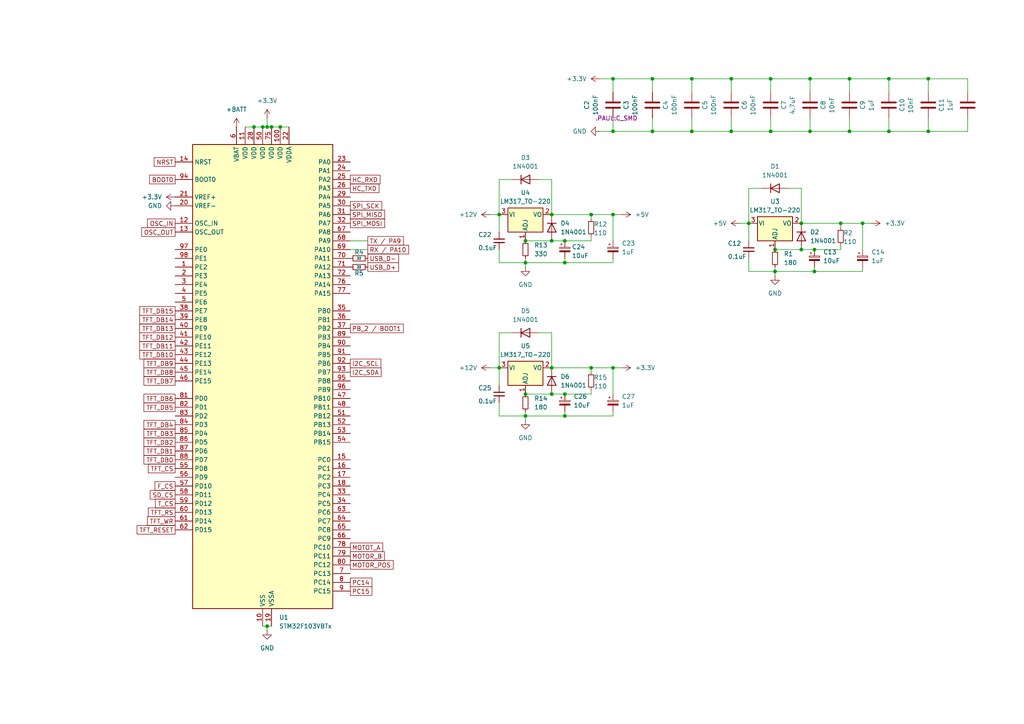
<source format=kicad_sch>
(kicad_sch (version 20231120) (generator "eeschema") (generator_version "8.0")
  (paper "A4")
  (lib_symbols
    (symbol "C_1" (pin_numbers hide) (pin_names (offset 0.254))
      (property "Reference" "C" (at 0.635 2.54 0))
      (property "Value" "C" (at 0.635 -2.54 0))
      (symbol "C_1_0_1"
        (polyline (pts (xy -2.032 -0.762) (xy 2.032 -0.762)) (stroke (width 0.508)))
        (polyline (pts (xy -2.032 0.762) (xy 2.032 0.762)) (stroke (width 0.508)))
      )
      (symbol "C_1_1_1"
        (pin passive line (at 0 3.81 270) (length 2.794) (name "~") (number "1"))
        (pin passive line (at 0 -3.81 90) (length 2.794) (name "~") (number "2"))
      )
    )
    (symbol "Device:C_Polarized_Small" (pin_numbers hide) (pin_names (offset 0.254) hide)
      (property "Reference" "C" (at 0.254 1.778 0))
      (property "Value" "C_Polarized_Small" (at 0.254 -2.032 0))
      (symbol "C_Polarized_Small_0_1"
        (rectangle (start -1.524 -0.3048) (end 1.524 -0.6858) (fill (type outline)))
        (rectangle (start -1.524 0.6858) (end 1.524 0.3048))
        (polyline (pts (xy -1.27 1.524) (xy -0.762 1.524)))
        (polyline (pts (xy -1.016 1.27) (xy -1.016 1.778)))
      )
      (symbol "C_Polarized_Small_1_1"
        (pin passive line (at 0 2.54 270) (length 1.8542) (name "~") (number "1"))
        (pin passive line (at 0 -2.54 90) (length 1.8542) (name "~") (number "2"))
      )
    )
    (symbol "Device:C_Small" (pin_numbers hide) (pin_names (offset 0.254) hide)
      (property "Reference" "C" (at 0.254 1.778 0))
      (property "Value" "C_Small" (at 0.254 -2.032 0))
      (symbol "C_Small_0_1"
        (polyline (pts (xy -1.524 -0.508) (xy 1.524 -0.508)) (stroke (width 0.3302)))
        (polyline (pts (xy -1.524 0.508) (xy 1.524 0.508)) (stroke (width 0.3048)))
      )
      (symbol "C_Small_1_1"
        (pin passive line (at 0 2.54 270) (length 2.032) (name "~") (number "1"))
        (pin passive line (at 0 -2.54 90) (length 2.032) (name "~") (number "2"))
      )
    )
    (symbol "Device:R_Small" (pin_numbers hide) (pin_names (offset 0.254) hide)
      (property "Reference" "R" (at 0.762 0.508 0))
      (property "Value" "R_Small" (at 0.762 -1.016 0))
      (symbol "R_Small_0_1"
        (rectangle (start -0.762 1.778) (end 0.762 -1.778) (stroke (width 0.2032)))
      )
      (symbol "R_Small_1_1"
        (pin passive line (at 0 2.54 270) (length 0.762) (name "~") (number "1"))
        (pin passive line (at 0 -2.54 90) (length 0.762) (name "~") (number "2"))
      )
    )
    (symbol "Diode:1N4001" (pin_numbers hide) (pin_names hide)
      (property "Reference" "D" (at 0 2.54 0))
      (property "Value" "1N4001" (at 0 -2.54 0))
      (symbol "1N4001_0_1"
        (polyline (pts (xy -1.27 1.27) (xy -1.27 -1.27)) (stroke (width 0.254)))
        (polyline (pts (xy 1.27 0) (xy -1.27 0)))
        (polyline (pts (xy 1.27 1.27) (xy 1.27 -1.27) (xy -1.27 0) (xy 1.27 1.27)) (stroke (width 0.254)))
      )
      (symbol "1N4001_1_1"
        (pin passive line (at -3.81 0 0) (length 2.54) (name "K") (number "1"))
        (pin passive line (at 3.81 0 180) (length 2.54) (name "A") (number "2"))
      )
    )
    (symbol "MCU_ST_STM32F1:STM32F103VBTx"
      (property "Reference" "U" (at -20.32 69.85 0))
      (property "Value" "STM32F103VBTx" (at 10.16 69.85 0))
      (symbol "STM32F103VBTx_0_1"
        (rectangle (start -20.32 -66.04) (end 20.32 68.58) (stroke (width 0.254)) (fill (type background)))
      )
      (symbol "STM32F103VBTx_1_1"
        (pin bidirectional line (at -25.4 33.02 0) (length 5.08) (name "PE2") (number "1"))
        (pin power_in line (at 0 -71.12 90) (length 5.08) (name "VSS") (number "10"))
        (pin power_in line (at 5.08 73.66 270) (length 5.08) (name "VDD") (number "100"))
        (pin power_in line (at -5.08 73.66 270) (length 5.08) (name "VDD") (number "11"))
        (pin input line (at -25.4 45.72 0) (length 5.08) (name "OSC_IN") (number "12"))
        (pin input line (at -25.4 43.18 0) (length 5.08) (name "OSC_OUT") (number "13"))
        (pin input line (at -25.4 63.5 0) (length 5.08) (name "NRST") (number "14"))
        (pin bidirectional line (at 25.4 -22.86 180) (length 5.08) (name "PC0") (number "15"))
        (pin bidirectional line (at 25.4 -25.4 180) (length 5.08) (name "PC1") (number "16"))
        (pin bidirectional line (at 25.4 -27.94 180) (length 5.08) (name "PC2") (number "17"))
        (pin bidirectional line (at 25.4 -30.48 180) (length 5.08) (name "PC3") (number "18"))
        (pin power_in line (at 2.54 -71.12 90) (length 5.08) (name "VSSA") (number "19"))
        (pin bidirectional line (at -25.4 30.48 0) (length 5.08) (name "PE3") (number "2"))
        (pin input line (at -25.4 50.8 0) (length 5.08) (name "VREF-") (number "20"))
        (pin input line (at -25.4 53.34 0) (length 5.08) (name "VREF+") (number "21"))
        (pin power_in line (at 7.62 73.66 270) (length 5.08) (name "VDDA") (number "22"))
        (pin bidirectional line (at 25.4 63.5 180) (length 5.08) (name "PA0") (number "23"))
        (pin bidirectional line (at 25.4 60.96 180) (length 5.08) (name "PA1") (number "24"))
        (pin bidirectional line (at 25.4 58.42 180) (length 5.08) (name "PA2") (number "25"))
        (pin bidirectional line (at 25.4 55.88 180) (length 5.08) (name "PA3") (number "26"))
        (pin passive line (at 0 -71.12 90) (length 5.08) hide (name "VSS") (number "27"))
        (pin power_in line (at -2.54 73.66 270) (length 5.08) (name "VDD") (number "28"))
        (pin bidirectional line (at 25.4 53.34 180) (length 5.08) (name "PA4") (number "29"))
        (pin bidirectional line (at -25.4 27.94 0) (length 5.08) (name "PE4") (number "3"))
        (pin bidirectional line (at 25.4 50.8 180) (length 5.08) (name "PA5") (number "30"))
        (pin bidirectional line (at 25.4 48.26 180) (length 5.08) (name "PA6") (number "31"))
        (pin bidirectional line (at 25.4 45.72 180) (length 5.08) (name "PA7") (number "32"))
        (pin bidirectional line (at 25.4 -33.02 180) (length 5.08) (name "PC4") (number "33"))
        (pin bidirectional line (at 25.4 -35.56 180) (length 5.08) (name "PC5") (number "34"))
        (pin bidirectional line (at 25.4 20.32 180) (length 5.08) (name "PB0") (number "35"))
        (pin bidirectional line (at 25.4 17.78 180) (length 5.08) (name "PB1") (number "36"))
        (pin bidirectional line (at 25.4 15.24 180) (length 5.08) (name "PB2") (number "37"))
        (pin bidirectional line (at -25.4 20.32 0) (length 5.08) (name "PE7") (number "38"))
        (pin bidirectional line (at -25.4 17.78 0) (length 5.08) (name "PE8") (number "39"))
        (pin bidirectional line (at -25.4 25.4 0) (length 5.08) (name "PE5") (number "4"))
        (pin bidirectional line (at -25.4 15.24 0) (length 5.08) (name "PE9") (number "40"))
        (pin bidirectional line (at -25.4 12.7 0) (length 5.08) (name "PE10") (number "41"))
        (pin bidirectional line (at -25.4 10.16 0) (length 5.08) (name "PE11") (number "42"))
        (pin bidirectional line (at -25.4 7.62 0) (length 5.08) (name "PE12") (number "43"))
        (pin bidirectional line (at -25.4 5.08 0) (length 5.08) (name "PE13") (number "44"))
        (pin bidirectional line (at -25.4 2.54 0) (length 5.08) (name "PE14") (number "45"))
        (pin bidirectional line (at -25.4 0 0) (length 5.08) (name "PE15") (number "46"))
        (pin bidirectional line (at 25.4 -5.08 180) (length 5.08) (name "PB10") (number "47"))
        (pin bidirectional line (at 25.4 -7.62 180) (length 5.08) (name "PB11") (number "48"))
        (pin passive line (at 0 -71.12 90) (length 5.08) hide (name "VSS") (number "49"))
        (pin bidirectional line (at -25.4 22.86 0) (length 5.08) (name "PE6") (number "5"))
        (pin power_in line (at 0 73.66 270) (length 5.08) (name "VDD") (number "50"))
        (pin bidirectional line (at 25.4 -10.16 180) (length 5.08) (name "PB12") (number "51"))
        (pin bidirectional line (at 25.4 -12.7 180) (length 5.08) (name "PB13") (number "52"))
        (pin bidirectional line (at 25.4 -15.24 180) (length 5.08) (name "PB14") (number "53"))
        (pin bidirectional line (at 25.4 -17.78 180) (length 5.08) (name "PB15") (number "54"))
        (pin bidirectional line (at -25.4 -25.4 0) (length 5.08) (name "PD8") (number "55"))
        (pin bidirectional line (at -25.4 -27.94 0) (length 5.08) (name "PD9") (number "56"))
        (pin bidirectional line (at -25.4 -30.48 0) (length 5.08) (name "PD10") (number "57"))
        (pin bidirectional line (at -25.4 -33.02 0) (length 5.08) (name "PD11") (number "58"))
        (pin bidirectional line (at -25.4 -35.56 0) (length 5.08) (name "PD12") (number "59"))
        (pin power_in line (at -7.62 73.66 270) (length 5.08) (name "VBAT") (number "6"))
        (pin bidirectional line (at -25.4 -38.1 0) (length 5.08) (name "PD13") (number "60"))
        (pin bidirectional line (at -25.4 -40.64 0) (length 5.08) (name "PD14") (number "61"))
        (pin bidirectional line (at -25.4 -43.18 0) (length 5.08) (name "PD15") (number "62"))
        (pin bidirectional line (at 25.4 -38.1 180) (length 5.08) (name "PC6") (number "63"))
        (pin bidirectional line (at 25.4 -40.64 180) (length 5.08) (name "PC7") (number "64"))
        (pin bidirectional line (at 25.4 -43.18 180) (length 5.08) (name "PC8") (number "65"))
        (pin bidirectional line (at 25.4 -45.72 180) (length 5.08) (name "PC9") (number "66"))
        (pin bidirectional line (at 25.4 43.18 180) (length 5.08) (name "PA8") (number "67"))
        (pin bidirectional line (at 25.4 40.64 180) (length 5.08) (name "PA9") (number "68"))
        (pin bidirectional line (at 25.4 38.1 180) (length 5.08) (name "PA10") (number "69"))
        (pin bidirectional line (at 25.4 -55.88 180) (length 5.08) (name "PC13") (number "7"))
        (pin bidirectional line (at 25.4 35.56 180) (length 5.08) (name "PA11") (number "70"))
        (pin bidirectional line (at 25.4 33.02 180) (length 5.08) (name "PA12") (number "71"))
        (pin bidirectional line (at 25.4 30.48 180) (length 5.08) (name "PA13") (number "72"))
        (pin no_connect line (at -20.32 -66.04 0) (length 5.08) hide (name "NC") (number "73"))
        (pin passive line (at 0 -71.12 90) (length 5.08) hide (name "VSS") (number "74"))
        (pin power_in line (at 2.54 73.66 270) (length 5.08) (name "VDD") (number "75"))
        (pin bidirectional line (at 25.4 27.94 180) (length 5.08) (name "PA14") (number "76"))
        (pin bidirectional line (at 25.4 25.4 180) (length 5.08) (name "PA15") (number "77"))
        (pin bidirectional line (at 25.4 -48.26 180) (length 5.08) (name "PC10") (number "78"))
        (pin bidirectional line (at 25.4 -50.8 180) (length 5.08) (name "PC11") (number "79"))
        (pin bidirectional line (at 25.4 -58.42 180) (length 5.08) (name "PC14") (number "8"))
        (pin bidirectional line (at 25.4 -53.34 180) (length 5.08) (name "PC12") (number "80"))
        (pin bidirectional line (at -25.4 -5.08 0) (length 5.08) (name "PD0") (number "81"))
        (pin bidirectional line (at -25.4 -7.62 0) (length 5.08) (name "PD1") (number "82"))
        (pin bidirectional line (at -25.4 -10.16 0) (length 5.08) (name "PD2") (number "83"))
        (pin bidirectional line (at -25.4 -12.7 0) (length 5.08) (name "PD3") (number "84"))
        (pin bidirectional line (at -25.4 -15.24 0) (length 5.08) (name "PD4") (number "85"))
        (pin bidirectional line (at -25.4 -17.78 0) (length 5.08) (name "PD5") (number "86"))
        (pin bidirectional line (at -25.4 -20.32 0) (length 5.08) (name "PD6") (number "87"))
        (pin bidirectional line (at -25.4 -22.86 0) (length 5.08) (name "PD7") (number "88"))
        (pin bidirectional line (at 25.4 12.7 180) (length 5.08) (name "PB3") (number "89"))
        (pin bidirectional line (at 25.4 -60.96 180) (length 5.08) (name "PC15") (number "9"))
        (pin bidirectional line (at 25.4 10.16 180) (length 5.08) (name "PB4") (number "90"))
        (pin bidirectional line (at 25.4 7.62 180) (length 5.08) (name "PB5") (number "91"))
        (pin bidirectional line (at 25.4 5.08 180) (length 5.08) (name "PB6") (number "92"))
        (pin bidirectional line (at 25.4 2.54 180) (length 5.08) (name "PB7") (number "93"))
        (pin input line (at -25.4 58.42 0) (length 5.08) (name "BOOT0") (number "94"))
        (pin bidirectional line (at 25.4 0 180) (length 5.08) (name "PB8") (number "95"))
        (pin bidirectional line (at 25.4 -2.54 180) (length 5.08) (name "PB9") (number "96"))
        (pin bidirectional line (at -25.4 38.1 0) (length 5.08) (name "PE0") (number "97"))
        (pin bidirectional line (at -25.4 35.56 0) (length 5.08) (name "PE1") (number "98"))
        (pin passive line (at 0 -71.12 90) (length 5.08) hide (name "VSS") (number "99"))
      )
    )
    (symbol "Regulator_Linear:LM317_TO-220" (pin_names (offset 0.254))
      (property "Reference" "U" (at -3.81 3.175 0))
      (property "Value" "LM317_TO-220" (at 0 3.175 0))
      (symbol "LM317_TO-220_0_1"
        (rectangle (start -5.08 1.905) (end 5.08 -5.08) (stroke (width 0.254)) (fill (type background)))
      )
      (symbol "LM317_TO-220_1_1"
        (pin input line (at 0 -7.62 90) (length 2.54) (name "ADJ") (number "1"))
        (pin power_out line (at 7.62 0 180) (length 2.54) (name "VO") (number "2"))
        (pin power_in line (at -7.62 0 0) (length 2.54) (name "VI") (number "3"))
      )
    )
    (symbol "power:+12V" (power) (pin_numbers hide) (pin_names (offset 0) hide)
      (property "Value" "+12V" (at 0 3.556 0))
      (symbol "+12V_0_1"
        (polyline (pts (xy -0.762 1.27) (xy 0 2.54)))
        (polyline (pts (xy 0 0) (xy 0 2.54)))
        (polyline (pts (xy 0 2.54) (xy 0.762 1.27)))
      )
      (symbol "+12V_1_1"
        (pin power_in line (at 0 0 90) (length 0) (name "~") (number "1"))
      )
    )
    (symbol "power:+3.3V" (power) (pin_numbers hide) (pin_names (offset 0) hide)
      (property "Value" "+3.3V" (at 0 3.556 0))
      (symbol "+3.3V_0_1"
        (polyline (pts (xy -0.762 1.27) (xy 0 2.54)))
        (polyline (pts (xy 0 0) (xy 0 2.54)))
        (polyline (pts (xy 0 2.54) (xy 0.762 1.27)))
      )
      (symbol "+3.3V_1_1"
        (pin power_in line (at 0 0 90) (length 0) (name "~") (number "1"))
      )
    )
    (symbol "power:+5V" (power) (pin_numbers hide) (pin_names (offset 0) hide)
      (property "Value" "+5V" (at 0 3.556 0))
      (symbol "+5V_0_1"
        (polyline (pts (xy -0.762 1.27) (xy 0 2.54)))
        (polyline (pts (xy 0 0) (xy 0 2.54)))
        (polyline (pts (xy 0 2.54) (xy 0.762 1.27)))
      )
      (symbol "+5V_1_1"
        (pin power_in line (at 0 0 90) (length 0) (name "~") (number "1"))
      )
    )
    (symbol "power:+BATT" (power) (pin_numbers hide) (pin_names (offset 0) hide)
      (property "Value" "+BATT" (at 0 3.556 0))
      (symbol "+BATT_0_1"
        (polyline (pts (xy -0.762 1.27) (xy 0 2.54)))
        (polyline (pts (xy 0 0) (xy 0 2.54)))
        (polyline (pts (xy 0 2.54) (xy 0.762 1.27)))
      )
      (symbol "+BATT_1_1"
        (pin power_in line (at 0 0 90) (length 0) (name "~") (number "1"))
      )
    )
    (symbol "power:GND" (power) (pin_numbers hide) (pin_names (offset 0) hide)
      (property "Value" "GND" (at 0 -3.81 0))
      (symbol "GND_0_1"
        (polyline (pts (xy 0 0) (xy 0 -1.27) (xy 1.27 -1.27) (xy 0 -2.54) (xy -1.27 -1.27) (xy 0 -1.27)))
      )
      (symbol "GND_1_1"
        (pin power_in line (at 0 0 270) (length 0) (name "~") (number "1"))
      )
    )
  )
  (junction (at 223.52 38.1))
  (junction (at 163.83 76.2))
  (junction (at 152.4 114.3))
  (junction (at 243.84 64.77))
  (junction (at 77.47 36.83))
  (junction (at 232.41 72.39))
  (junction (at 152.4 120.65))
  (junction (at 189.23 22.86))
  (junction (at 177.8 22.86))
  (junction (at 73.66 36.83))
  (junction (at 160.02 106.68))
  (junction (at 269.24 38.1))
  (junction (at 212.09 38.1))
  (junction (at 160.02 69.85))
  (junction (at 163.83 114.3))
  (junction (at 224.79 72.39))
  (junction (at 160.02 62.23))
  (junction (at 81.28 36.83))
  (junction (at 160.02 114.3))
  (junction (at 76.2 36.83))
  (junction (at 236.22 72.39))
  (junction (at 171.45 62.23))
  (junction (at 223.52 22.86))
  (junction (at 144.78 106.68))
  (junction (at 236.22 78.74))
  (junction (at 224.79 78.74))
  (junction (at 144.78 62.23))
  (junction (at 163.83 69.85))
  (junction (at 177.8 106.68))
  (junction (at 177.8 62.23))
  (junction (at 257.81 38.1))
  (junction (at 163.83 120.65))
  (junction (at 77.47 181.61))
  (junction (at 232.41 64.77))
  (junction (at 152.4 76.2))
  (junction (at 177.8 38.1))
  (junction (at 200.66 22.86))
  (junction (at 189.23 38.1))
  (junction (at 171.45 106.68))
  (junction (at 152.4 69.85))
  (junction (at 246.38 22.86))
  (junction (at 246.38 38.1))
  (junction (at 269.24 22.86))
  (junction (at 234.95 22.86))
  (junction (at 200.66 38.1))
  (junction (at 257.81 22.86))
  (junction (at 250.19 64.77))
  (junction (at 217.17 64.77))
  (junction (at 234.95 38.1))
  (junction (at 78.74 36.83))
  (junction (at 212.09 22.86))
  (wire (pts (xy 232.41 72.39) (xy 236.22 72.39)))
  (wire (pts (xy 250.19 77.47) (xy 250.19 78.74)))
  (wire (pts (xy 269.24 22.86) (xy 269.24 26.67)))
  (wire (pts (xy 177.8 22.86) (xy 189.23 22.86)))
  (wire (pts (xy 152.4 114.3) (xy 160.02 114.3)))
  (wire (pts (xy 177.8 106.68) (xy 177.8 114.3)))
  (wire (pts (xy 212.09 22.86) (xy 212.09 26.67)))
  (wire (pts (xy 232.41 64.77) (xy 243.84 64.77)))
  (wire (pts (xy 177.8 38.1) (xy 189.23 38.1)))
  (wire (pts (xy 243.84 71.12) (xy 243.84 72.39)))
  (wire (pts (xy 160.02 69.85) (xy 163.83 69.85)))
  (wire (pts (xy 217.17 78.74) (xy 224.79 78.74)))
  (wire (pts (xy 257.81 34.29) (xy 257.81 38.1)))
  (wire (pts (xy 148.59 52.07) (xy 144.78 52.07)))
  (wire (pts (xy 217.17 69.85) (xy 217.17 64.77)))
  (wire (pts (xy 177.8 38.1) (xy 177.8 34.29)))
  (wire (pts (xy 236.22 77.47) (xy 236.22 78.74)))
  (wire (pts (xy 171.45 113.03) (xy 171.45 114.3)))
  (wire (pts (xy 224.79 78.74) (xy 224.79 80.01)))
  (wire (pts (xy 171.45 106.68) (xy 177.8 106.68)))
  (wire (pts (xy 243.84 64.77) (xy 243.84 66.04)))
  (wire (pts (xy 152.4 121.92) (xy 152.4 120.65)))
  (wire (pts (xy 144.78 96.52) (xy 144.78 106.68)))
  (wire (pts (xy 156.21 96.52) (xy 160.02 96.52)))
  (wire (pts (xy 212.09 22.86) (xy 200.66 22.86)))
  (wire (pts (xy 144.78 72.39) (xy 144.78 76.2)))
  (wire (pts (xy 224.79 77.47) (xy 224.79 78.74)))
  (wire (pts (xy 223.52 22.86) (xy 223.52 26.67)))
  (wire (pts (xy 160.02 114.3) (xy 163.83 114.3)))
  (wire (pts (xy 212.09 38.1) (xy 223.52 38.1)))
  (wire (pts (xy 177.8 22.86) (xy 177.8 26.67)))
  (wire (pts (xy 177.8 76.2) (xy 163.83 76.2)))
  (wire (pts (xy 163.83 69.85) (xy 171.45 69.85)))
  (wire (pts (xy 243.84 64.77) (xy 250.19 64.77)))
  (wire (pts (xy 177.8 120.65) (xy 163.83 120.65)))
  (wire (pts (xy 214.63 64.77) (xy 217.17 64.77)))
  (wire (pts (xy 160.02 62.23) (xy 171.45 62.23)))
  (wire (pts (xy 177.8 106.68) (xy 180.34 106.68)))
  (wire (pts (xy 171.45 62.23) (xy 177.8 62.23)))
  (wire (pts (xy 280.67 22.86) (xy 269.24 22.86)))
  (wire (pts (xy 144.78 111.76) (xy 144.78 106.68)))
  (wire (pts (xy 236.22 72.39) (xy 243.84 72.39)))
  (wire (pts (xy 234.95 38.1) (xy 223.52 38.1)))
  (wire (pts (xy 189.23 34.29) (xy 189.23 38.1)))
  (wire (pts (xy 232.41 54.61) (xy 232.41 64.77)))
  (wire (pts (xy 173.99 38.1) (xy 177.8 38.1)))
  (wire (pts (xy 171.45 68.58) (xy 171.45 69.85)))
  (wire (pts (xy 152.4 119.38) (xy 152.4 120.65)))
  (wire (pts (xy 163.83 114.3) (xy 171.45 114.3)))
  (wire (pts (xy 257.81 38.1) (xy 246.38 38.1)))
  (wire (pts (xy 217.17 54.61) (xy 217.17 64.77)))
  (wire (pts (xy 234.95 34.29) (xy 234.95 38.1)))
  (wire (pts (xy 234.95 26.67) (xy 234.95 22.86)))
  (wire (pts (xy 152.4 74.93) (xy 152.4 76.2)))
  (wire (pts (xy 236.22 78.74) (xy 224.79 78.74)))
  (wire (pts (xy 144.78 120.65) (xy 152.4 120.65)))
  (wire (pts (xy 223.52 34.29) (xy 223.52 38.1)))
  (wire (pts (xy 152.4 76.2) (xy 152.4 77.47)))
  (wire (pts (xy 77.47 181.61) (xy 78.74 181.61)))
  (wire (pts (xy 144.78 76.2) (xy 152.4 76.2)))
  (wire (pts (xy 228.6 54.61) (xy 232.41 54.61)))
  (wire (pts (xy 246.38 34.29) (xy 246.38 38.1)))
  (wire (pts (xy 73.66 36.83) (xy 76.2 36.83)))
  (wire (pts (xy 163.83 74.93) (xy 163.83 76.2)))
  (wire (pts (xy 250.19 64.77) (xy 252.73 64.77)))
  (wire (pts (xy 163.83 120.65) (xy 152.4 120.65)))
  (wire (pts (xy 200.66 22.86) (xy 200.66 26.67)))
  (wire (pts (xy 101.6 69.85) (xy 106.68 69.85)))
  (wire (pts (xy 71.12 36.83) (xy 73.66 36.83)))
  (wire (pts (xy 234.95 22.86) (xy 223.52 22.86)))
  (wire (pts (xy 177.8 74.93) (xy 177.8 76.2)))
  (wire (pts (xy 76.2 181.61) (xy 77.47 181.61)))
  (wire (pts (xy 171.45 62.23) (xy 171.45 63.5)))
  (wire (pts (xy 76.2 36.83) (xy 77.47 36.83)))
  (wire (pts (xy 77.47 34.29) (xy 77.47 36.83)))
  (wire (pts (xy 173.99 22.86) (xy 177.8 22.86)))
  (wire (pts (xy 246.38 38.1) (xy 234.95 38.1)))
  (wire (pts (xy 148.59 96.52) (xy 144.78 96.52)))
  (wire (pts (xy 269.24 38.1) (xy 257.81 38.1)))
  (wire (pts (xy 160.02 96.52) (xy 160.02 106.68)))
  (wire (pts (xy 246.38 22.86) (xy 234.95 22.86)))
  (wire (pts (xy 177.8 62.23) (xy 180.34 62.23)))
  (wire (pts (xy 101.6 72.39) (xy 106.68 72.39)))
  (wire (pts (xy 142.24 106.68) (xy 144.78 106.68)))
  (wire (pts (xy 160.02 52.07) (xy 160.02 62.23)))
  (wire (pts (xy 217.17 74.93) (xy 217.17 78.74)))
  (wire (pts (xy 269.24 34.29) (xy 269.24 38.1)))
  (wire (pts (xy 189.23 22.86) (xy 189.23 26.67)))
  (wire (pts (xy 160.02 106.68) (xy 171.45 106.68)))
  (wire (pts (xy 78.74 36.83) (xy 81.28 36.83)))
  (wire (pts (xy 212.09 22.86) (xy 223.52 22.86)))
  (wire (pts (xy 200.66 34.29) (xy 200.66 38.1)))
  (wire (pts (xy 280.67 34.29) (xy 280.67 38.1)))
  (wire (pts (xy 200.66 38.1) (xy 189.23 38.1)))
  (wire (pts (xy 280.67 26.67) (xy 280.67 22.86)))
  (wire (pts (xy 163.83 119.38) (xy 163.83 120.65)))
  (wire (pts (xy 200.66 38.1) (xy 212.09 38.1)))
  (wire (pts (xy 189.23 22.86) (xy 200.66 22.86)))
  (wire (pts (xy 257.81 22.86) (xy 257.81 26.67)))
  (wire (pts (xy 81.28 36.83) (xy 83.82 36.83)))
  (wire (pts (xy 177.8 62.23) (xy 177.8 69.85)))
  (wire (pts (xy 220.98 54.61) (xy 217.17 54.61)))
  (wire (pts (xy 144.78 52.07) (xy 144.78 62.23)))
  (wire (pts (xy 144.78 67.31) (xy 144.78 62.23)))
  (wire (pts (xy 171.45 106.68) (xy 171.45 107.95)))
  (wire (pts (xy 144.78 116.84) (xy 144.78 120.65)))
  (wire (pts (xy 152.4 69.85) (xy 160.02 69.85)))
  (wire (pts (xy 250.19 78.74) (xy 236.22 78.74)))
  (wire (pts (xy 177.8 119.38) (xy 177.8 120.65)))
  (wire (pts (xy 212.09 34.29) (xy 212.09 38.1)))
  (wire (pts (xy 77.47 182.88) (xy 77.47 181.61)))
  (wire (pts (xy 257.81 22.86) (xy 246.38 22.86)))
  (wire (pts (xy 246.38 26.67) (xy 246.38 22.86)))
  (wire (pts (xy 280.67 38.1) (xy 269.24 38.1)))
  (wire (pts (xy 269.24 22.86) (xy 257.81 22.86)))
  (wire (pts (xy 142.24 62.23) (xy 144.78 62.23)))
  (wire (pts (xy 250.19 64.77) (xy 250.19 72.39)))
  (wire (pts (xy 224.79 72.39) (xy 232.41 72.39)))
  (wire (pts (xy 152.4 76.2) (xy 163.83 76.2)))
  (wire (pts (xy 156.21 52.07) (xy 160.02 52.07)))
  (wire (pts (xy 77.47 36.83) (xy 78.74 36.83)))
  (global_label "TFT_DB8" (shape passive) (at 50.8 107.95 180) (property "Intersheetrefs" "${INTERSHEET_REFS}" (effects (hide yes))))
  (global_label "OSC_IN" (shape passive) (at 50.8 64.77 180) (property "Intersheetrefs" "${INTERSHEET_REFS}" (effects (hide yes))))
  (global_label "TFT_CS" (shape passive) (at 50.8 135.89 180) (property "Intersheetrefs" "${INTERSHEET_REFS}" (effects (hide yes))))
  (global_label "TFT_DB0" (shape passive) (at 50.8 133.35 180) (property "Intersheetrefs" "${INTERSHEET_REFS}" (effects (hide yes))))
  (global_label "TFT_DB6" (shape passive) (at 50.8 115.57 180) (property "Intersheetrefs" "${INTERSHEET_REFS}" (effects (hide yes))))
  (global_label "I2C_SDA" (shape passive) (at 101.6 107.95 0) (property "Intersheetrefs" "${INTERSHEET_REFS}" (effects (hide yes))))
  (global_label "HC_RXD" (shape passive) (at 101.6 52.07 0) (property "Intersheetrefs" "${INTERSHEET_REFS}" (effects (hide yes))))
  (global_label "BOOT0" (shape passive) (at 50.8 52.07 180) (property "Intersheetrefs" "${INTERSHEET_REFS}" (effects (hide yes))))
  (global_label "MOTOT_A" (shape passive) (at 101.6 158.75 0) (property "Intersheetrefs" "${INTERSHEET_REFS}" (effects (hide yes))))
  (global_label "SPI_MOSI" (shape passive) (at 101.6 64.77 0) (property "Intersheetrefs" "${INTERSHEET_REFS}" (effects (hide yes))))
  (global_label "USB_D-" (shape passive) (at 106.68 74.93 0) (property "Intersheetrefs" "${INTERSHEET_REFS}" (effects (hide yes))))
  (global_label "TFT_DB3" (shape passive) (at 50.8 125.73 180) (property "Intersheetrefs" "${INTERSHEET_REFS}" (effects (hide yes))))
  (global_label "HC_TXD" (shape passive) (at 101.6 54.61 0) (property "Intersheetrefs" "${INTERSHEET_REFS}" (effects (hide yes))))
  (global_label "F_CS" (shape passive) (at 50.8 140.97 180) (property "Intersheetrefs" "${INTERSHEET_REFS}" (effects (hide yes))))
  (global_label "OSC_OUT" (shape passive) (at 50.8 67.31 180) (property "Intersheetrefs" "${INTERSHEET_REFS}" (effects (hide yes))))
  (global_label "PC14" (shape passive) (at 101.6 168.91 0) (property "Intersheetrefs" "${INTERSHEET_REFS}" (effects (hide yes))))
  (global_label "PB_2 {slash} BOOT1" (shape passive) (at 101.6 95.25 0) (property "Intersheetrefs" "${INTERSHEET_REFS}" (effects (hide yes))))
  (global_label "TFT_DB14" (shape passive) (at 50.8 92.71 180) (property "Intersheetrefs" "${INTERSHEET_REFS}" (effects (hide yes))))
  (global_label "SPI_MISO" (shape passive) (at 101.6 62.23 0) (property "Intersheetrefs" "${INTERSHEET_REFS}" (effects (hide yes))))
  (global_label "TFT_DB9" (shape passive) (at 50.8 105.41 180) (property "Intersheetrefs" "${INTERSHEET_REFS}" (effects (hide yes))))
  (global_label "TFT_DB13" (shape passive) (at 50.8 95.25 180) (property "Intersheetrefs" "${INTERSHEET_REFS}" (effects (hide yes))))
  (global_label "SD_CS" (shape passive) (at 50.8 143.51 180) (property "Intersheetrefs" "${INTERSHEET_REFS}" (effects (hide yes))))
  (global_label "MOTOR_B" (shape passive) (at 101.6 161.29 0) (property "Intersheetrefs" "${INTERSHEET_REFS}" (effects (hide yes))))
  (global_label "T_CS" (shape passive) (at 50.8 146.05 180) (property "Intersheetrefs" "${INTERSHEET_REFS}" (effects (hide yes))))
  (global_label "I2C_SCL" (shape passive) (at 101.6 105.41 0) (property "Intersheetrefs" "${INTERSHEET_REFS}" (effects (hide yes))))
  (global_label "PC15" (shape passive) (at 101.6 171.45 0) (property "Intersheetrefs" "${INTERSHEET_REFS}" (effects (hide yes))))
  (global_label "RX {slash} PA10" (shape passive) (at 106.68 72.39 0) (property "Intersheetrefs" "${INTERSHEET_REFS}" (effects (hide yes))))
  (global_label "TFT_DB4" (shape passive) (at 50.8 123.19 180) (property "Intersheetrefs" "${INTERSHEET_REFS}" (effects (hide yes))))
  (global_label "TX {slash} PA9" (shape passive) (at 106.68 69.85 0) (property "Intersheetrefs" "${INTERSHEET_REFS}" (effects (hide yes))))
  (global_label "TFT_DB10" (shape passive) (at 50.8 102.87 180) (property "Intersheetrefs" "${INTERSHEET_REFS}" (effects (hide yes))))
  (global_label "TFT_DB1" (shape passive) (at 50.8 130.81 180) (property "Intersheetrefs" "${INTERSHEET_REFS}" (effects (hide yes))))
  (global_label "TFT_WR" (shape passive) (at 50.8 151.13 180) (property "Intersheetrefs" "${INTERSHEET_REFS}" (effects (hide yes))))
  (global_label "TFT_RESET" (shape passive) (at 50.8 153.67 180) (property "Intersheetrefs" "${INTERSHEET_REFS}" (effects (hide yes))))
  (global_label "TFT_DB7" (shape passive) (at 50.8 110.49 180) (property "Intersheetrefs" "${INTERSHEET_REFS}" (effects (hide yes))))
  (global_label "USB_D+" (shape passive) (at 106.68 77.47 0) (property "Intersheetrefs" "${INTERSHEET_REFS}" (effects (hide yes))))
  (global_label "SPI_SCK" (shape passive) (at 101.6 59.69 0) (property "Intersheetrefs" "${INTERSHEET_REFS}" (effects (hide yes))))
  (global_label "TFT_DB2" (shape passive) (at 50.8 128.27 180) (property "Intersheetrefs" "${INTERSHEET_REFS}" (effects (hide yes))))
  (global_label "TFT_DB15" (shape passive) (at 50.8 90.17 180) (property "Intersheetrefs" "${INTERSHEET_REFS}" (effects (hide yes))))
  (global_label "TFT_DB5" (shape passive) (at 50.8 118.11 180) (property "Intersheetrefs" "${INTERSHEET_REFS}" (effects (hide yes))))
  (global_label "TFT_DB12" (shape passive) (at 50.8 97.79 180) (property "Intersheetrefs" "${INTERSHEET_REFS}" (effects (hide yes))))
  (global_label "TFT_RS" (shape passive) (at 50.8 148.59 180) (property "Intersheetrefs" "${INTERSHEET_REFS}" (effects (hide yes))))
  (global_label "TFT_DB11" (shape passive) (at 50.8 100.33 180) (property "Intersheetrefs" "${INTERSHEET_REFS}" (effects (hide yes))))
  (global_label "NRST" (shape passive) (at 50.8 46.99 180) (property "Intersheetrefs" "${INTERSHEET_REFS}" (effects (hide yes))))
  (global_label "MOTOR_POS" (shape passive) (at 101.6 163.83 0) (property "Intersheetrefs" "${INTERSHEET_REFS}" (effects (hide yes))))
  (symbol (lib_id "Device:R_Small") (at 104.14 77.47 90) (unit 1)
    (property "Reference" "R5" (at 104.14 79.248 90))
    (property "Value" "22" (at 104.14 77.47 90) (effects (font (size 0.635 0.635))))
    (property "Footprint" ".PAUL:R_SMD" (effects (hide yes)))
    (property "Description" "Resistor, small symbol" (effects (hide yes)))
  )
  (symbol (lib_id "Device:R_Small") (at 104.14 74.93 90) (unit 1)
    (property "Reference" "R4" (at 104.14 73.152 90))
    (property "Value" "22" (at 104.14 74.93 90) (effects (font (size 0.635 0.635))))
    (property "Footprint" ".PAUL:R_SMD" (effects (hide yes)))
    (property "Description" "Resistor, small symbol" (effects (hide yes)))
  )
  (symbol (lib_id "Device:R_Small") (at 171.45 110.49 0) (unit 1)
    (property "Reference" "R15" (at 172.212 109.474 0) (effects (justify left)))
    (property "Value" "110" (at 172.212 112.014 0) (effects (justify left)))
    (property "Footprint" ".PAUL:R_SMD" (effects (hide yes)))
    (property "Description" "Resistor, small symbol" (effects (hide yes)))
  )
  (symbol (lib_id "Device:C_Polarized_Small") (at 163.83 116.84 0) (unit 1)
    (property "Reference" "C26" (at 166.37 115.0238 0) (effects (justify left)))
    (property "Value" "10uF" (at 166.37 117.5638 0) (effects (justify left)))
    (property "Footprint" ".PAUL:C_SMD" (effects (hide yes)))
    (property "Description" "Polarized capacitor, small symbol" (effects (hide yes)))
  )
  (symbol (lib_id "Diode:1N4001") (at 224.79 54.61 0) (unit 1)
    (property "Reference" "D1" (at 224.79 48.26 0))
    (property "Value" "1N4001" (at 224.79 50.8 0))
    (property "Footprint" "Diode_THT:D_DO-41_SOD81_P10.16mm_Horizontal" (effects (hide yes)))
    (property "Datasheet" "http://www.vishay.com/docs/88503/1n4001.pdf" (effects (hide yes)))
    (property "Description" "50V 1A General Purpose Rectifier Diode, DO-41" (effects (hide yes)))
    (property "Sim.Device" "D" (effects (hide yes)))
    (property "Sim.Pins" "1=K 2=A" (effects (hide yes)))
  )
  (symbol (lib_id "Device:C_Polarized_Small") (at 177.8 72.39 0) (unit 1)
    (property "Reference" "C23" (at 180.34 70.5738 0) (effects (justify left)))
    (property "Value" "1uF" (at 180.34 73.1138 0) (effects (justify left)))
    (property "Footprint" ".PAUL:C_SMD" (effects (hide yes)))
    (property "Description" "Polarized capacitor, small symbol" (effects (hide yes)))
  )
  (symbol (lib_id "power:GND") (at 50.8 59.69 270) (unit 1)
    (property "Reference" "#PWR05" (effects (hide yes)))
    (property "Value" "GND" (at 46.99 59.6899 90) (effects (justify right)))
    (property "Description" "Power symbol creates a global label with name \"GND\" , ground" (effects (hide yes)))
  )
  (symbol (lib_id "Device:R_Small") (at 243.84 68.58 0) (unit 1)
    (property "Reference" "R2" (at 244.602 67.564 0) (effects (justify left)))
    (property "Value" "110" (at 244.602 70.104 0) (effects (justify left)))
    (property "Footprint" ".PAUL:R_SMD" (effects (hide yes)))
    (property "Description" "Resistor, small symbol" (effects (hide yes)))
  )
  (symbol (lib_id "Diode:1N4001") (at 160.02 110.49 270) (unit 1)
    (property "Reference" "D6" (at 162.56 109.2199 90) (effects (justify left)))
    (property "Value" "1N4001" (at 162.56 111.7599 90) (effects (justify left)))
    (property "Footprint" "Diode_THT:D_DO-41_SOD81_P10.16mm_Horizontal" (effects (hide yes)))
    (property "Datasheet" "http://www.vishay.com/docs/88503/1n4001.pdf" (effects (hide yes)))
    (property "Description" "50V 1A General Purpose Rectifier Diode, DO-41" (effects (hide yes)))
    (property "Sim.Device" "D" (effects (hide yes)))
    (property "Sim.Pins" "1=K 2=A" (effects (hide yes)))
  )
  (symbol (lib_id "power:+3.3V") (at 77.47 34.29 0) (unit 1)
    (property "Reference" "#PWR044" (effects (hide yes)))
    (property "Value" "+3.3V" (at 77.47 29.21 0))
    (property "Description" "Power symbol creates a global label with name \"+3.3V\"" (effects (hide yes)))
  )
  (symbol (lib_id "power:+3.3V") (at 252.73 64.77 270) (unit 1)
    (property "Reference" "#PWR042" (effects (hide yes)))
    (property "Value" "+3.3V" (at 256.54 64.7699 90) (effects (justify left)))
    (property "Description" "Power symbol creates a global label with name \"+3.3V\"" (effects (hide yes)))
  )
  (symbol (lib_id "power:+3.3V") (at 180.34 106.68 270) (unit 1)
    (property "Reference" "#PWR041" (effects (hide yes)))
    (property "Value" "+3.3V" (at 184.15 106.6799 90) (effects (justify left)))
    (property "Description" "Power symbol creates a global label with name \"+3.3V\"" (effects (hide yes)))
  )
  (symbol (lib_id "Diode:1N4001") (at 152.4 96.52 0) (unit 1)
    (property "Reference" "D5" (at 152.4 90.17 0))
    (property "Value" "1N4001" (at 152.4 92.71 0))
    (property "Footprint" "Diode_THT:D_DO-41_SOD81_P10.16mm_Horizontal" (effects (hide yes)))
    (property "Datasheet" "http://www.vishay.com/docs/88503/1n4001.pdf" (effects (hide yes)))
    (property "Description" "50V 1A General Purpose Rectifier Diode, DO-41" (effects (hide yes)))
    (property "Sim.Device" "D" (effects (hide yes)))
    (property "Sim.Pins" "1=K 2=A" (effects (hide yes)))
  )
  (symbol (lib_id "Regulator_Linear:LM317_TO-220") (at 224.79 64.77 0) (unit 1)
    (property "Reference" "U3" (at 224.79 58.42 0))
    (property "Value" "LM317_TO-220" (at 224.79 60.96 0))
    (property "Footprint" "Package_TO_SOT_THT:TO-220-3_Vertical" (effects (hide yes)))
    (property "Datasheet" "http://www.ti.com/lit/ds/symlink/lm317.pdf" (effects (hide yes)))
    (property "Description" "1.5A 35V Adjustable Linear Regulator, TO-220" (effects (hide yes)))
  )
  (symbol (lib_id "power:GND") (at 224.79 80.01 0) (unit 1)
    (property "Reference" "#PWR03" (effects (hide yes)))
    (property "Value" "GND" (at 224.79 85.09 0))
    (property "Description" "Power symbol creates a global label with name \"GND\" , ground" (effects (hide yes)))
  )
  (symbol (lib_id "Device:R_Small") (at 152.4 116.84 0) (unit 1)
    (property "Reference" "R14" (at 154.94 115.5699 0) (effects (justify left)))
    (property "Value" "180" (at 154.94 118.1099 0) (effects (justify left)))
    (property "Footprint" ".PAUL:R_SMD" (effects (hide yes)))
    (property "Description" "Resistor, small symbol" (effects (hide yes)))
  )
  (symbol (lib_name "C_1") (lib_id "Device:C") (at 269.24 30.48 0) (unit 1)
    (property "Reference" "C10" (at 261.62 30.48 90))
    (property "Value" "10nF" (at 264.16 30.48 90))
    (property "Footprint" ".PAUL:C_SMD" (effects (hide yes)))
    (property "Description" "Unpolarized capacitor" (effects (hide yes)))
  )
  (symbol (lib_name "C_1") (lib_id "Device:C") (at 212.09 30.48 0) (unit 1)
    (property "Reference" "C5" (at 204.47 30.48 90))
    (property "Value" "100nF" (at 207.01 30.48 90))
    (property "Footprint" ".PAUL:C_SMD" (effects (hide yes)))
    (property "Description" "Unpolarized capacitor" (effects (hide yes)))
  )
  (symbol (lib_id "power:+5V") (at 180.34 62.23 270) (unit 1)
    (property "Reference" "#PWR039" (effects (hide yes)))
    (property "Value" "+5V" (at 184.15 62.2299 90) (effects (justify left)))
    (property "Description" "Power symbol creates a global label with name \"+5V\"" (effects (hide yes)))
  )
  (symbol (lib_id "power:+BATT") (at 68.58 36.83 0) (unit 1)
    (property "Reference" "#PWR051" (effects (hide yes)))
    (property "Value" "+BATT" (at 68.58 31.75 0))
    (property "Description" "Power symbol creates a global label with name \"+BATT\"" (effects (hide yes)))
  )
  (symbol (lib_id "power:+12V") (at 142.24 106.68 90) (unit 1)
    (property "Reference" "#PWR038" (effects (hide yes)))
    (property "Value" "+12V" (at 138.43 106.6799 90) (effects (justify left)))
    (property "Description" "Power symbol creates a global label with name \"+12V\"" (effects (hide yes)))
  )
  (symbol (lib_id "power:GND") (at 152.4 121.92 0) (unit 1)
    (property "Reference" "#PWR01" (effects (hide yes)))
    (property "Value" "GND" (at 152.4 127 0))
    (property "Description" "Power symbol creates a global label with name \"GND\" , ground" (effects (hide yes)))
  )
  (symbol (lib_id "power:+3.3V") (at 50.8 57.15 90) (unit 1)
    (property "Reference" "#PWR045" (effects (hide yes)))
    (property "Value" "+3.3V" (at 46.99 57.1499 90) (effects (justify left)))
    (property "Description" "Power symbol creates a global label with name \"+3.3V\"" (effects (hide yes)))
  )
  (symbol (lib_id "Device:C_Small") (at 144.78 114.3 0) (unit 1)
    (property "Reference" "C25" (at 138.684 112.522 0) (effects (justify left)))
    (property "Value" "0.1uF" (at 138.684 116.332 0) (effects (justify left)))
    (property "Footprint" ".PAUL:C_SMD" (effects (hide yes)))
    (property "Description" "Unpolarized capacitor, small symbol" (effects (hide yes)))
  )
  (symbol (lib_id "power:GND") (at 152.4 77.47 0) (unit 1)
    (property "Reference" "#PWR02" (effects (hide yes)))
    (property "Value" "GND" (at 152.4 82.55 0))
    (property "Description" "Power symbol creates a global label with name \"GND\" , ground" (effects (hide yes)))
  )
  (symbol (lib_id "Device:R_Small") (at 224.79 74.93 0) (unit 1)
    (property "Reference" "R1" (at 227.33 73.6599 0) (effects (justify left)))
    (property "Value" "180" (at 227.33 76.1999 0) (effects (justify left)))
    (property "Footprint" ".PAUL:R_SMD" (effects (hide yes)))
    (property "Description" "Resistor, small symbol" (effects (hide yes)))
  )
  (symbol (lib_id "Diode:1N4001") (at 152.4 52.07 0) (unit 1)
    (property "Reference" "D3" (at 152.4 45.72 0))
    (property "Value" "1N4001" (at 152.4 48.26 0))
    (property "Footprint" "Diode_THT:D_DO-41_SOD81_P10.16mm_Horizontal" (effects (hide yes)))
    (property "Datasheet" "http://www.vishay.com/docs/88503/1n4001.pdf" (effects (hide yes)))
    (property "Description" "50V 1A General Purpose Rectifier Diode, DO-41" (effects (hide yes)))
    (property "Sim.Device" "D" (effects (hide yes)))
    (property "Sim.Pins" "1=K 2=A" (effects (hide yes)))
  )
  (symbol (lib_id "Device:C_Small") (at 144.78 69.85 0) (unit 1)
    (property "Reference" "C22" (at 138.684 68.072 0) (effects (justify left)))
    (property "Value" "0.1uF" (at 138.684 71.882 0) (effects (justify left)))
    (property "Footprint" ".PAUL:C_SMD" (effects (hide yes)))
    (property "Description" "Unpolarized capacitor, small symbol" (effects (hide yes)))
  )
  (symbol (lib_name "C_1") (lib_id "Device:C") (at 280.67 30.48 0) (unit 1)
    (property "Reference" "C11" (at 273.05 30.48 90))
    (property "Value" "1uF" (at 275.59 30.48 90))
    (property "Footprint" ".PAUL:C_SMD" (effects (hide yes)))
    (property "Description" "Unpolarized capacitor" (effects (hide yes)))
  )
  (symbol (lib_id "Device:C_Polarized_Small") (at 177.8 116.84 0) (unit 1)
    (property "Reference" "C27" (at 180.34 115.0238 0) (effects (justify left)))
    (property "Value" "1uF" (at 180.34 117.5638 0) (effects (justify left)))
    (property "Footprint" ".PAUL:C_SMD" (effects (hide yes)))
    (property "Description" "Polarized capacitor, small symbol" (effects (hide yes)))
  )
  (symbol (lib_id "Device:C_Polarized_Small") (at 236.22 74.93 0) (unit 1)
    (property "Reference" "C13" (at 238.76 73.1138 0) (effects (justify left)))
    (property "Value" "10uF" (at 238.76 75.6538 0) (effects (justify left)))
    (property "Footprint" ".PAUL:C_SMD" (effects (hide yes)))
    (property "Description" "Polarized capacitor, small symbol" (effects (hide yes)))
  )
  (symbol (lib_id "Device:C_Polarized_Small") (at 163.83 72.39 0) (unit 1)
    (property "Reference" "C24" (at 165.862 71.628 0) (effects (justify left)))
    (property "Value" "10uF" (at 165.862 74.168 0) (effects (justify left)))
    (property "Footprint" ".PAUL:C_SMD" (effects (hide yes)))
    (property "Description" "Polarized capacitor, small symbol" (effects (hide yes)))
  )
  (symbol (lib_id "power:GND") (at 77.47 182.88 0) (unit 1)
    (property "Reference" "#PWR06" (effects (hide yes)))
    (property "Value" "GND" (at 77.47 187.96 0))
    (property "Description" "Power symbol creates a global label with name \"GND\" , ground" (effects (hide yes)))
  )
  (symbol (lib_id "Device:R_Small") (at 152.4 72.39 0) (unit 1)
    (property "Reference" "R13" (at 154.94 71.1199 0) (effects (justify left)))
    (property "Value" "330" (at 154.94 73.6599 0) (effects (justify left)))
    (property "Footprint" ".PAUL:R_SMD" (effects (hide yes)))
    (property "Description" "Resistor, small symbol" (effects (hide yes)))
  )
  (symbol (lib_id "Regulator_Linear:LM317_TO-220") (at 152.4 106.68 0) (unit 1)
    (property "Reference" "U5" (at 152.4 100.33 0))
    (property "Value" "LM317_TO-220" (at 152.4 102.87 0))
    (property "Footprint" "Package_TO_SOT_THT:TO-220-3_Vertical" (effects (hide yes)))
    (property "Datasheet" "http://www.ti.com/lit/ds/symlink/lm317.pdf" (effects (hide yes)))
    (property "Description" "1.5A 35V Adjustable Linear Regulator, TO-220" (effects (hide yes)))
  )
  (symbol (lib_id "power:GND") (at 173.99 38.1 270) (unit 1)
    (property "Reference" "#PWR04" (effects (hide yes)))
    (property "Value" "GND" (at 170.18 38.0999 90) (effects (justify right)))
    (property "Description" "Power symbol creates a global label with name \"GND\" , ground" (effects (hide yes)))
  )
  (symbol (lib_id "power:+12V") (at 142.24 62.23 90) (unit 1)
    (property "Reference" "#PWR037" (effects (hide yes)))
    (property "Value" "+12V" (at 138.43 62.2299 90) (effects (justify left)))
    (property "Description" "Power symbol creates a global label with name \"+12V\"" (effects (hide yes)))
  )
  (symbol (lib_name "C_1") (lib_id "Device:C") (at 257.81 30.48 0) (unit 1)
    (property "Reference" "C9" (at 250.19 30.48 90))
    (property "Value" "1uF" (at 252.73 30.48 90))
    (property "Footprint" ".PAUL:C_SMD" (effects (hide yes)))
    (property "Description" "Unpolarized capacitor" (effects (hide yes)))
  )
  (symbol (lib_name "C_1") (lib_id "Device:C") (at 234.95 30.48 0) (unit 1)
    (property "Reference" "C7" (at 227.33 30.48 90))
    (property "Value" "4.7uF" (at 229.87 30.48 90))
    (property "Footprint" ".PAUL:C_SMD" (effects (hide yes)))
    (property "Description" "Unpolarized capacitor" (effects (hide yes)))
  )
  (symbol (lib_id "power:+3.3V") (at 173.99 22.86 90) (unit 1)
    (property "Reference" "#PWR043" (effects (hide yes)))
    (property "Value" "+3.3V" (at 170.18 22.8599 90) (effects (justify left)))
    (property "Description" "Power symbol creates a global label with name \"+3.3V\"" (effects (hide yes)))
  )
  (symbol (lib_id "Diode:1N4001") (at 232.41 68.58 270) (unit 1)
    (property "Reference" "D2" (at 234.95 67.3099 90) (effects (justify left)))
    (property "Value" "1N4001" (at 234.95 69.8499 90) (effects (justify left)))
    (property "Footprint" "Diode_THT:D_DO-41_SOD81_P10.16mm_Horizontal" (effects (hide yes)))
    (property "Datasheet" "http://www.vishay.com/docs/88503/1n4001.pdf" (effects (hide yes)))
    (property "Description" "50V 1A General Purpose Rectifier Diode, DO-41" (effects (hide yes)))
    (property "Sim.Device" "D" (effects (hide yes)))
    (property "Sim.Pins" "1=K 2=A" (effects (hide yes)))
  )
  (symbol (lib_id "Device:C_Polarized_Small") (at 250.19 74.93 0) (unit 1)
    (property "Reference" "C14" (at 252.73 73.1138 0) (effects (justify left)))
    (property "Value" "1uF" (at 252.73 75.6538 0) (effects (justify left)))
    (property "Footprint" ".PAUL:C_SMD" (effects (hide yes)))
    (property "Description" "Polarized capacitor, small symbol" (effects (hide yes)))
  )
  (symbol (lib_id "Device:R_Small") (at 171.45 66.04 0) (unit 1)
    (property "Reference" "R12" (at 172.212 65.024 0) (effects (justify left)))
    (property "Value" "110" (at 172.212 67.564 0) (effects (justify left)))
    (property "Footprint" ".PAUL:R_SMD" (effects (hide yes)))
    (property "Description" "Resistor, small symbol" (effects (hide yes)))
  )
  (symbol (lib_name "C_1") (lib_id "Device:C") (at 200.66 30.48 0) (unit 1)
    (property "Reference" "C4" (at 193.04 30.48 90))
    (property "Value" "100nF" (at 195.58 30.48 90))
    (property "Footprint" ".PAUL:C_SMD" (effects (hide yes)))
    (property "Description" "Unpolarized capacitor" (effects (hide yes)))
  )
  (symbol (lib_name "C_1") (lib_id "Device:C") (at 189.23 30.48 0) (unit 1)
    (property "Reference" "C3" (at 181.61 30.48 90))
    (property "Value" "100nF" (at 184.15 30.48 90))
    (property "Footprint" ".PAUL:C_SMD" (effects (hide yes)))
    (property "Description" "Unpolarized capacitor" (effects (hide yes)))
  )
  (symbol (lib_id "Regulator_Linear:LM317_TO-220") (at 152.4 62.23 0) (unit 1)
    (property "Reference" "U4" (at 152.4 55.88 0))
    (property "Value" "LM317_TO-220" (at 152.4 58.42 0))
    (property "Footprint" "Package_TO_SOT_THT:TO-220-3_Vertical" (effects (hide yes)))
    (property "Datasheet" "http://www.ti.com/lit/ds/symlink/lm317.pdf" (effects (hide yes)))
    (property "Description" "1.5A 35V Adjustable Linear Regulator, TO-220" (effects (hide yes)))
  )
  (symbol (lib_id "Diode:1N4001") (at 160.02 66.04 270) (unit 1)
    (property "Reference" "D4" (at 162.56 64.7699 90) (effects (justify left)))
    (property "Value" "1N4001" (at 162.56 67.3099 90) (effects (justify left)))
    (property "Footprint" "Diode_THT:D_DO-41_SOD81_P10.16mm_Horizontal" (effects (hide yes)))
    (property "Datasheet" "http://www.vishay.com/docs/88503/1n4001.pdf" (effects (hide yes)))
    (property "Description" "50V 1A General Purpose Rectifier Diode, DO-41" (effects (hide yes)))
    (property "Sim.Device" "D" (effects (hide yes)))
    (property "Sim.Pins" "1=K 2=A" (effects (hide yes)))
  )
  (symbol (lib_name "C_1") (lib_id "Device:C") (at 177.8 30.48 0) (unit 1)
    (property "Reference" "C2" (at 170.18 30.48 90))
    (property "Value" "100nF" (at 172.72 30.48 90))
    (property "Footprint" ".PAUL:C_SMD" (at 178.7652 34.29 0))
    (property "Description" "Unpolarized capacitor" (effects (hide yes)))
  )
  (symbol (lib_id "Device:C_Small") (at 217.17 72.39 0) (unit 1)
    (property "Reference" "C12" (at 211.074 70.612 0) (effects (justify left)))
    (property "Value" "0.1uF" (at 211.074 74.422 0) (effects (justify left)))
    (property "Footprint" ".PAUL:C_SMD" (effects (hide yes)))
    (property "Description" "Unpolarized capacitor, small symbol" (effects (hide yes)))
  )
  (symbol (lib_name "C_1") (lib_id "Device:C") (at 223.52 30.48 0) (unit 1)
    (property "Reference" "C6" (at 215.9 30.48 90))
    (property "Value" "100nF" (at 218.44 30.48 90))
    (property "Footprint" ".PAUL:C_SMD" (effects (hide yes)))
    (property "Description" "Unpolarized capacitor" (effects (hide yes)))
  )
  (symbol (lib_name "C_1") (lib_id "Device:C") (at 246.38 30.48 0) (unit 1)
    (property "Reference" "C8" (at 238.76 30.48 90))
    (property "Value" "10nF" (at 241.3 30.48 90))
    (property "Footprint" ".PAUL:C_SMD" (effects (hide yes)))
    (property "Description" "Unpolarized capacitor" (effects (hide yes)))
  )
  (symbol (lib_id "power:+5V") (at 214.63 64.77 90) (unit 1)
    (property "Reference" "#PWR040" (effects (hide yes)))
    (property "Value" "+5V" (at 210.82 64.7699 90) (effects (justify left)))
    (property "Description" "Power symbol creates a global label with name \"+5V\"" (effects (hide yes)))
  )
  (symbol (lib_id "MCU_ST_STM32F1:STM32F103VBTx") (at 76.2 110.49 0) (unit 1)
    (property "Reference" "U1" (at 80.9341 179.07 0) (effects (justify left)))
    (property "Value" "STM32F103VBTx" (at 80.9341 181.61 0) (effects (justify left)))
    (property "Footprint" "Package_QFP:LQFP-100_14x14mm_P0.5mm" (effects (hide yes)))
    (property "Datasheet" "https://www.st.com/resource/en/datasheet/stm32f103vb.pdf" (effects (hide yes)))
    (property "Description" "STMicroelectronics Arm Cortex-M3 MCU, 128KB flash, 20KB RAM, 72 MHz, 2.0-3.6V, 80 GPIO, LQFP100" (effects (hide yes)))
  )
  (sheet (at -3.81 220.98) (size 71.12 60.96) (stroke (width 0.1524))
    (property "Sheetname" "Untitled Sheet" (at -3.81 220.2684 0) (effects (justify left bottom)))
    (property "Sheetfile" "untitled.kicad_sch" (at -3.81 282.5246 0) (effects (justify left top)))
  )
)
</source>
